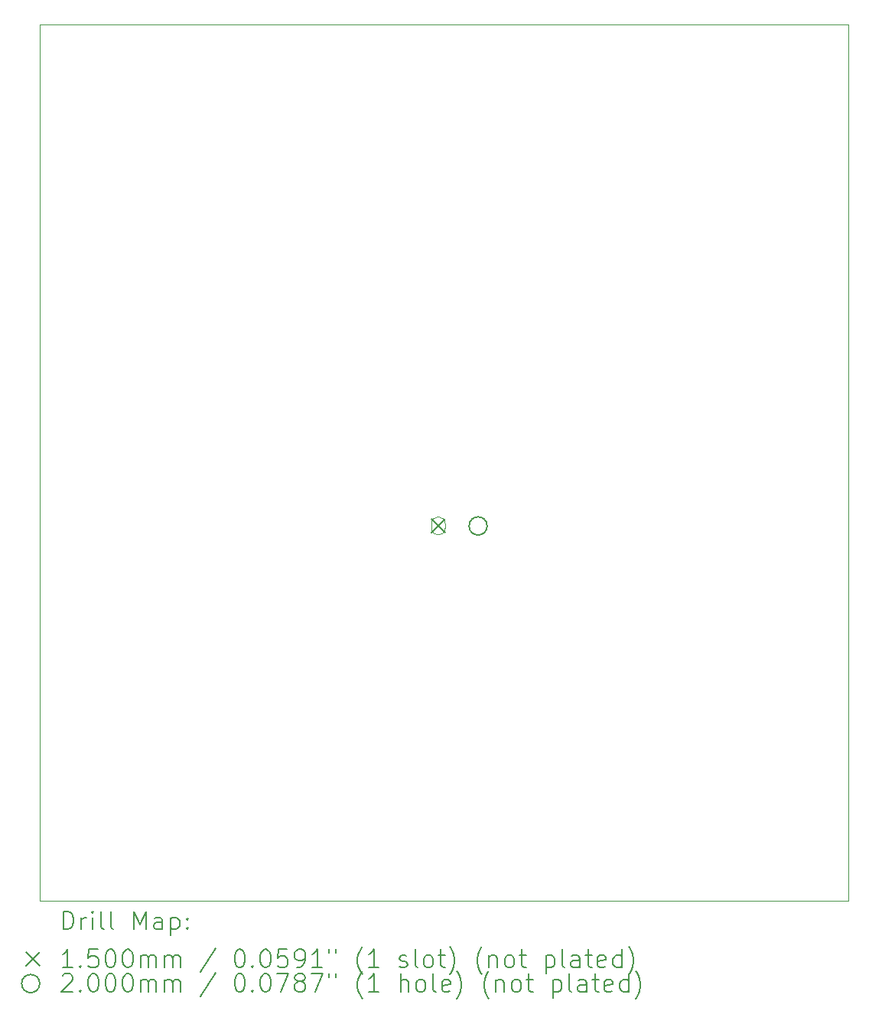
<source format=gbr>
%TF.GenerationSoftware,KiCad,Pcbnew,9.0.0*%
%TF.CreationDate,2025-04-09T10:42:48+05:30*%
%TF.ProjectId,Smart Pool Monitoring,536d6172-7420-4506-9f6f-6c204d6f6e69,rev?*%
%TF.SameCoordinates,Original*%
%TF.FileFunction,Drillmap*%
%TF.FilePolarity,Positive*%
%FSLAX45Y45*%
G04 Gerber Fmt 4.5, Leading zero omitted, Abs format (unit mm)*
G04 Created by KiCad (PCBNEW 9.0.0) date 2025-04-09 10:42:48*
%MOMM*%
%LPD*%
G01*
G04 APERTURE LIST*
%ADD10C,0.050000*%
%ADD11C,0.200000*%
%ADD12C,0.150000*%
%ADD13C,0.100000*%
G04 APERTURE END LIST*
D10*
X10650000Y-3750000D02*
X19600000Y-3750000D01*
X19600000Y-13450000D01*
X10650000Y-13450000D01*
X10650000Y-3750000D01*
D11*
D12*
X14985000Y-9225000D02*
X15135000Y-9375000D01*
X15135000Y-9225000D02*
X14985000Y-9375000D01*
D13*
X15135000Y-9325000D02*
X15135000Y-9275000D01*
X14985000Y-9275000D02*
G75*
G02*
X15135000Y-9275000I75000J0D01*
G01*
X14985000Y-9275000D02*
X14985000Y-9325000D01*
X14985000Y-9325000D02*
G75*
G03*
X15135000Y-9325000I75000J0D01*
G01*
D11*
X15600000Y-9300000D02*
G75*
G02*
X15400000Y-9300000I-100000J0D01*
G01*
X15400000Y-9300000D02*
G75*
G02*
X15600000Y-9300000I100000J0D01*
G01*
X10908277Y-13763984D02*
X10908277Y-13563984D01*
X10908277Y-13563984D02*
X10955896Y-13563984D01*
X10955896Y-13563984D02*
X10984467Y-13573508D01*
X10984467Y-13573508D02*
X11003515Y-13592555D01*
X11003515Y-13592555D02*
X11013039Y-13611603D01*
X11013039Y-13611603D02*
X11022563Y-13649698D01*
X11022563Y-13649698D02*
X11022563Y-13678269D01*
X11022563Y-13678269D02*
X11013039Y-13716365D01*
X11013039Y-13716365D02*
X11003515Y-13735412D01*
X11003515Y-13735412D02*
X10984467Y-13754460D01*
X10984467Y-13754460D02*
X10955896Y-13763984D01*
X10955896Y-13763984D02*
X10908277Y-13763984D01*
X11108277Y-13763984D02*
X11108277Y-13630650D01*
X11108277Y-13668746D02*
X11117801Y-13649698D01*
X11117801Y-13649698D02*
X11127324Y-13640174D01*
X11127324Y-13640174D02*
X11146372Y-13630650D01*
X11146372Y-13630650D02*
X11165420Y-13630650D01*
X11232086Y-13763984D02*
X11232086Y-13630650D01*
X11232086Y-13563984D02*
X11222562Y-13573508D01*
X11222562Y-13573508D02*
X11232086Y-13583031D01*
X11232086Y-13583031D02*
X11241610Y-13573508D01*
X11241610Y-13573508D02*
X11232086Y-13563984D01*
X11232086Y-13563984D02*
X11232086Y-13583031D01*
X11355896Y-13763984D02*
X11336848Y-13754460D01*
X11336848Y-13754460D02*
X11327324Y-13735412D01*
X11327324Y-13735412D02*
X11327324Y-13563984D01*
X11460658Y-13763984D02*
X11441610Y-13754460D01*
X11441610Y-13754460D02*
X11432086Y-13735412D01*
X11432086Y-13735412D02*
X11432086Y-13563984D01*
X11689229Y-13763984D02*
X11689229Y-13563984D01*
X11689229Y-13563984D02*
X11755896Y-13706841D01*
X11755896Y-13706841D02*
X11822562Y-13563984D01*
X11822562Y-13563984D02*
X11822562Y-13763984D01*
X12003515Y-13763984D02*
X12003515Y-13659222D01*
X12003515Y-13659222D02*
X11993991Y-13640174D01*
X11993991Y-13640174D02*
X11974943Y-13630650D01*
X11974943Y-13630650D02*
X11936848Y-13630650D01*
X11936848Y-13630650D02*
X11917801Y-13640174D01*
X12003515Y-13754460D02*
X11984467Y-13763984D01*
X11984467Y-13763984D02*
X11936848Y-13763984D01*
X11936848Y-13763984D02*
X11917801Y-13754460D01*
X11917801Y-13754460D02*
X11908277Y-13735412D01*
X11908277Y-13735412D02*
X11908277Y-13716365D01*
X11908277Y-13716365D02*
X11917801Y-13697317D01*
X11917801Y-13697317D02*
X11936848Y-13687793D01*
X11936848Y-13687793D02*
X11984467Y-13687793D01*
X11984467Y-13687793D02*
X12003515Y-13678269D01*
X12098753Y-13630650D02*
X12098753Y-13830650D01*
X12098753Y-13640174D02*
X12117801Y-13630650D01*
X12117801Y-13630650D02*
X12155896Y-13630650D01*
X12155896Y-13630650D02*
X12174943Y-13640174D01*
X12174943Y-13640174D02*
X12184467Y-13649698D01*
X12184467Y-13649698D02*
X12193991Y-13668746D01*
X12193991Y-13668746D02*
X12193991Y-13725888D01*
X12193991Y-13725888D02*
X12184467Y-13744936D01*
X12184467Y-13744936D02*
X12174943Y-13754460D01*
X12174943Y-13754460D02*
X12155896Y-13763984D01*
X12155896Y-13763984D02*
X12117801Y-13763984D01*
X12117801Y-13763984D02*
X12098753Y-13754460D01*
X12279705Y-13744936D02*
X12289229Y-13754460D01*
X12289229Y-13754460D02*
X12279705Y-13763984D01*
X12279705Y-13763984D02*
X12270182Y-13754460D01*
X12270182Y-13754460D02*
X12279705Y-13744936D01*
X12279705Y-13744936D02*
X12279705Y-13763984D01*
X12279705Y-13640174D02*
X12289229Y-13649698D01*
X12289229Y-13649698D02*
X12279705Y-13659222D01*
X12279705Y-13659222D02*
X12270182Y-13649698D01*
X12270182Y-13649698D02*
X12279705Y-13640174D01*
X12279705Y-13640174D02*
X12279705Y-13659222D01*
D12*
X10497500Y-14017500D02*
X10647500Y-14167500D01*
X10647500Y-14017500D02*
X10497500Y-14167500D01*
D11*
X11013039Y-14183984D02*
X10898753Y-14183984D01*
X10955896Y-14183984D02*
X10955896Y-13983984D01*
X10955896Y-13983984D02*
X10936848Y-14012555D01*
X10936848Y-14012555D02*
X10917801Y-14031603D01*
X10917801Y-14031603D02*
X10898753Y-14041127D01*
X11098753Y-14164936D02*
X11108277Y-14174460D01*
X11108277Y-14174460D02*
X11098753Y-14183984D01*
X11098753Y-14183984D02*
X11089229Y-14174460D01*
X11089229Y-14174460D02*
X11098753Y-14164936D01*
X11098753Y-14164936D02*
X11098753Y-14183984D01*
X11289229Y-13983984D02*
X11193991Y-13983984D01*
X11193991Y-13983984D02*
X11184467Y-14079222D01*
X11184467Y-14079222D02*
X11193991Y-14069698D01*
X11193991Y-14069698D02*
X11213039Y-14060174D01*
X11213039Y-14060174D02*
X11260658Y-14060174D01*
X11260658Y-14060174D02*
X11279705Y-14069698D01*
X11279705Y-14069698D02*
X11289229Y-14079222D01*
X11289229Y-14079222D02*
X11298753Y-14098269D01*
X11298753Y-14098269D02*
X11298753Y-14145888D01*
X11298753Y-14145888D02*
X11289229Y-14164936D01*
X11289229Y-14164936D02*
X11279705Y-14174460D01*
X11279705Y-14174460D02*
X11260658Y-14183984D01*
X11260658Y-14183984D02*
X11213039Y-14183984D01*
X11213039Y-14183984D02*
X11193991Y-14174460D01*
X11193991Y-14174460D02*
X11184467Y-14164936D01*
X11422562Y-13983984D02*
X11441610Y-13983984D01*
X11441610Y-13983984D02*
X11460658Y-13993508D01*
X11460658Y-13993508D02*
X11470182Y-14003031D01*
X11470182Y-14003031D02*
X11479705Y-14022079D01*
X11479705Y-14022079D02*
X11489229Y-14060174D01*
X11489229Y-14060174D02*
X11489229Y-14107793D01*
X11489229Y-14107793D02*
X11479705Y-14145888D01*
X11479705Y-14145888D02*
X11470182Y-14164936D01*
X11470182Y-14164936D02*
X11460658Y-14174460D01*
X11460658Y-14174460D02*
X11441610Y-14183984D01*
X11441610Y-14183984D02*
X11422562Y-14183984D01*
X11422562Y-14183984D02*
X11403515Y-14174460D01*
X11403515Y-14174460D02*
X11393991Y-14164936D01*
X11393991Y-14164936D02*
X11384467Y-14145888D01*
X11384467Y-14145888D02*
X11374943Y-14107793D01*
X11374943Y-14107793D02*
X11374943Y-14060174D01*
X11374943Y-14060174D02*
X11384467Y-14022079D01*
X11384467Y-14022079D02*
X11393991Y-14003031D01*
X11393991Y-14003031D02*
X11403515Y-13993508D01*
X11403515Y-13993508D02*
X11422562Y-13983984D01*
X11613039Y-13983984D02*
X11632086Y-13983984D01*
X11632086Y-13983984D02*
X11651134Y-13993508D01*
X11651134Y-13993508D02*
X11660658Y-14003031D01*
X11660658Y-14003031D02*
X11670182Y-14022079D01*
X11670182Y-14022079D02*
X11679705Y-14060174D01*
X11679705Y-14060174D02*
X11679705Y-14107793D01*
X11679705Y-14107793D02*
X11670182Y-14145888D01*
X11670182Y-14145888D02*
X11660658Y-14164936D01*
X11660658Y-14164936D02*
X11651134Y-14174460D01*
X11651134Y-14174460D02*
X11632086Y-14183984D01*
X11632086Y-14183984D02*
X11613039Y-14183984D01*
X11613039Y-14183984D02*
X11593991Y-14174460D01*
X11593991Y-14174460D02*
X11584467Y-14164936D01*
X11584467Y-14164936D02*
X11574943Y-14145888D01*
X11574943Y-14145888D02*
X11565420Y-14107793D01*
X11565420Y-14107793D02*
X11565420Y-14060174D01*
X11565420Y-14060174D02*
X11574943Y-14022079D01*
X11574943Y-14022079D02*
X11584467Y-14003031D01*
X11584467Y-14003031D02*
X11593991Y-13993508D01*
X11593991Y-13993508D02*
X11613039Y-13983984D01*
X11765420Y-14183984D02*
X11765420Y-14050650D01*
X11765420Y-14069698D02*
X11774943Y-14060174D01*
X11774943Y-14060174D02*
X11793991Y-14050650D01*
X11793991Y-14050650D02*
X11822563Y-14050650D01*
X11822563Y-14050650D02*
X11841610Y-14060174D01*
X11841610Y-14060174D02*
X11851134Y-14079222D01*
X11851134Y-14079222D02*
X11851134Y-14183984D01*
X11851134Y-14079222D02*
X11860658Y-14060174D01*
X11860658Y-14060174D02*
X11879705Y-14050650D01*
X11879705Y-14050650D02*
X11908277Y-14050650D01*
X11908277Y-14050650D02*
X11927324Y-14060174D01*
X11927324Y-14060174D02*
X11936848Y-14079222D01*
X11936848Y-14079222D02*
X11936848Y-14183984D01*
X12032086Y-14183984D02*
X12032086Y-14050650D01*
X12032086Y-14069698D02*
X12041610Y-14060174D01*
X12041610Y-14060174D02*
X12060658Y-14050650D01*
X12060658Y-14050650D02*
X12089229Y-14050650D01*
X12089229Y-14050650D02*
X12108277Y-14060174D01*
X12108277Y-14060174D02*
X12117801Y-14079222D01*
X12117801Y-14079222D02*
X12117801Y-14183984D01*
X12117801Y-14079222D02*
X12127324Y-14060174D01*
X12127324Y-14060174D02*
X12146372Y-14050650D01*
X12146372Y-14050650D02*
X12174943Y-14050650D01*
X12174943Y-14050650D02*
X12193991Y-14060174D01*
X12193991Y-14060174D02*
X12203515Y-14079222D01*
X12203515Y-14079222D02*
X12203515Y-14183984D01*
X12593991Y-13974460D02*
X12422563Y-14231603D01*
X12851134Y-13983984D02*
X12870182Y-13983984D01*
X12870182Y-13983984D02*
X12889229Y-13993508D01*
X12889229Y-13993508D02*
X12898753Y-14003031D01*
X12898753Y-14003031D02*
X12908277Y-14022079D01*
X12908277Y-14022079D02*
X12917801Y-14060174D01*
X12917801Y-14060174D02*
X12917801Y-14107793D01*
X12917801Y-14107793D02*
X12908277Y-14145888D01*
X12908277Y-14145888D02*
X12898753Y-14164936D01*
X12898753Y-14164936D02*
X12889229Y-14174460D01*
X12889229Y-14174460D02*
X12870182Y-14183984D01*
X12870182Y-14183984D02*
X12851134Y-14183984D01*
X12851134Y-14183984D02*
X12832086Y-14174460D01*
X12832086Y-14174460D02*
X12822563Y-14164936D01*
X12822563Y-14164936D02*
X12813039Y-14145888D01*
X12813039Y-14145888D02*
X12803515Y-14107793D01*
X12803515Y-14107793D02*
X12803515Y-14060174D01*
X12803515Y-14060174D02*
X12813039Y-14022079D01*
X12813039Y-14022079D02*
X12822563Y-14003031D01*
X12822563Y-14003031D02*
X12832086Y-13993508D01*
X12832086Y-13993508D02*
X12851134Y-13983984D01*
X13003515Y-14164936D02*
X13013039Y-14174460D01*
X13013039Y-14174460D02*
X13003515Y-14183984D01*
X13003515Y-14183984D02*
X12993991Y-14174460D01*
X12993991Y-14174460D02*
X13003515Y-14164936D01*
X13003515Y-14164936D02*
X13003515Y-14183984D01*
X13136848Y-13983984D02*
X13155896Y-13983984D01*
X13155896Y-13983984D02*
X13174944Y-13993508D01*
X13174944Y-13993508D02*
X13184467Y-14003031D01*
X13184467Y-14003031D02*
X13193991Y-14022079D01*
X13193991Y-14022079D02*
X13203515Y-14060174D01*
X13203515Y-14060174D02*
X13203515Y-14107793D01*
X13203515Y-14107793D02*
X13193991Y-14145888D01*
X13193991Y-14145888D02*
X13184467Y-14164936D01*
X13184467Y-14164936D02*
X13174944Y-14174460D01*
X13174944Y-14174460D02*
X13155896Y-14183984D01*
X13155896Y-14183984D02*
X13136848Y-14183984D01*
X13136848Y-14183984D02*
X13117801Y-14174460D01*
X13117801Y-14174460D02*
X13108277Y-14164936D01*
X13108277Y-14164936D02*
X13098753Y-14145888D01*
X13098753Y-14145888D02*
X13089229Y-14107793D01*
X13089229Y-14107793D02*
X13089229Y-14060174D01*
X13089229Y-14060174D02*
X13098753Y-14022079D01*
X13098753Y-14022079D02*
X13108277Y-14003031D01*
X13108277Y-14003031D02*
X13117801Y-13993508D01*
X13117801Y-13993508D02*
X13136848Y-13983984D01*
X13384467Y-13983984D02*
X13289229Y-13983984D01*
X13289229Y-13983984D02*
X13279706Y-14079222D01*
X13279706Y-14079222D02*
X13289229Y-14069698D01*
X13289229Y-14069698D02*
X13308277Y-14060174D01*
X13308277Y-14060174D02*
X13355896Y-14060174D01*
X13355896Y-14060174D02*
X13374944Y-14069698D01*
X13374944Y-14069698D02*
X13384467Y-14079222D01*
X13384467Y-14079222D02*
X13393991Y-14098269D01*
X13393991Y-14098269D02*
X13393991Y-14145888D01*
X13393991Y-14145888D02*
X13384467Y-14164936D01*
X13384467Y-14164936D02*
X13374944Y-14174460D01*
X13374944Y-14174460D02*
X13355896Y-14183984D01*
X13355896Y-14183984D02*
X13308277Y-14183984D01*
X13308277Y-14183984D02*
X13289229Y-14174460D01*
X13289229Y-14174460D02*
X13279706Y-14164936D01*
X13489229Y-14183984D02*
X13527325Y-14183984D01*
X13527325Y-14183984D02*
X13546372Y-14174460D01*
X13546372Y-14174460D02*
X13555896Y-14164936D01*
X13555896Y-14164936D02*
X13574944Y-14136365D01*
X13574944Y-14136365D02*
X13584467Y-14098269D01*
X13584467Y-14098269D02*
X13584467Y-14022079D01*
X13584467Y-14022079D02*
X13574944Y-14003031D01*
X13574944Y-14003031D02*
X13565420Y-13993508D01*
X13565420Y-13993508D02*
X13546372Y-13983984D01*
X13546372Y-13983984D02*
X13508277Y-13983984D01*
X13508277Y-13983984D02*
X13489229Y-13993508D01*
X13489229Y-13993508D02*
X13479706Y-14003031D01*
X13479706Y-14003031D02*
X13470182Y-14022079D01*
X13470182Y-14022079D02*
X13470182Y-14069698D01*
X13470182Y-14069698D02*
X13479706Y-14088746D01*
X13479706Y-14088746D02*
X13489229Y-14098269D01*
X13489229Y-14098269D02*
X13508277Y-14107793D01*
X13508277Y-14107793D02*
X13546372Y-14107793D01*
X13546372Y-14107793D02*
X13565420Y-14098269D01*
X13565420Y-14098269D02*
X13574944Y-14088746D01*
X13574944Y-14088746D02*
X13584467Y-14069698D01*
X13774944Y-14183984D02*
X13660658Y-14183984D01*
X13717801Y-14183984D02*
X13717801Y-13983984D01*
X13717801Y-13983984D02*
X13698753Y-14012555D01*
X13698753Y-14012555D02*
X13679706Y-14031603D01*
X13679706Y-14031603D02*
X13660658Y-14041127D01*
X13851134Y-13983984D02*
X13851134Y-14022079D01*
X13927325Y-13983984D02*
X13927325Y-14022079D01*
X14222563Y-14260174D02*
X14213039Y-14250650D01*
X14213039Y-14250650D02*
X14193991Y-14222079D01*
X14193991Y-14222079D02*
X14184468Y-14203031D01*
X14184468Y-14203031D02*
X14174944Y-14174460D01*
X14174944Y-14174460D02*
X14165420Y-14126841D01*
X14165420Y-14126841D02*
X14165420Y-14088746D01*
X14165420Y-14088746D02*
X14174944Y-14041127D01*
X14174944Y-14041127D02*
X14184468Y-14012555D01*
X14184468Y-14012555D02*
X14193991Y-13993508D01*
X14193991Y-13993508D02*
X14213039Y-13964936D01*
X14213039Y-13964936D02*
X14222563Y-13955412D01*
X14403515Y-14183984D02*
X14289229Y-14183984D01*
X14346372Y-14183984D02*
X14346372Y-13983984D01*
X14346372Y-13983984D02*
X14327325Y-14012555D01*
X14327325Y-14012555D02*
X14308277Y-14031603D01*
X14308277Y-14031603D02*
X14289229Y-14041127D01*
X14632087Y-14174460D02*
X14651134Y-14183984D01*
X14651134Y-14183984D02*
X14689229Y-14183984D01*
X14689229Y-14183984D02*
X14708277Y-14174460D01*
X14708277Y-14174460D02*
X14717801Y-14155412D01*
X14717801Y-14155412D02*
X14717801Y-14145888D01*
X14717801Y-14145888D02*
X14708277Y-14126841D01*
X14708277Y-14126841D02*
X14689229Y-14117317D01*
X14689229Y-14117317D02*
X14660658Y-14117317D01*
X14660658Y-14117317D02*
X14641610Y-14107793D01*
X14641610Y-14107793D02*
X14632087Y-14088746D01*
X14632087Y-14088746D02*
X14632087Y-14079222D01*
X14632087Y-14079222D02*
X14641610Y-14060174D01*
X14641610Y-14060174D02*
X14660658Y-14050650D01*
X14660658Y-14050650D02*
X14689229Y-14050650D01*
X14689229Y-14050650D02*
X14708277Y-14060174D01*
X14832087Y-14183984D02*
X14813039Y-14174460D01*
X14813039Y-14174460D02*
X14803515Y-14155412D01*
X14803515Y-14155412D02*
X14803515Y-13983984D01*
X14936849Y-14183984D02*
X14917801Y-14174460D01*
X14917801Y-14174460D02*
X14908277Y-14164936D01*
X14908277Y-14164936D02*
X14898753Y-14145888D01*
X14898753Y-14145888D02*
X14898753Y-14088746D01*
X14898753Y-14088746D02*
X14908277Y-14069698D01*
X14908277Y-14069698D02*
X14917801Y-14060174D01*
X14917801Y-14060174D02*
X14936849Y-14050650D01*
X14936849Y-14050650D02*
X14965420Y-14050650D01*
X14965420Y-14050650D02*
X14984468Y-14060174D01*
X14984468Y-14060174D02*
X14993991Y-14069698D01*
X14993991Y-14069698D02*
X15003515Y-14088746D01*
X15003515Y-14088746D02*
X15003515Y-14145888D01*
X15003515Y-14145888D02*
X14993991Y-14164936D01*
X14993991Y-14164936D02*
X14984468Y-14174460D01*
X14984468Y-14174460D02*
X14965420Y-14183984D01*
X14965420Y-14183984D02*
X14936849Y-14183984D01*
X15060658Y-14050650D02*
X15136849Y-14050650D01*
X15089230Y-13983984D02*
X15089230Y-14155412D01*
X15089230Y-14155412D02*
X15098753Y-14174460D01*
X15098753Y-14174460D02*
X15117801Y-14183984D01*
X15117801Y-14183984D02*
X15136849Y-14183984D01*
X15184468Y-14260174D02*
X15193991Y-14250650D01*
X15193991Y-14250650D02*
X15213039Y-14222079D01*
X15213039Y-14222079D02*
X15222563Y-14203031D01*
X15222563Y-14203031D02*
X15232087Y-14174460D01*
X15232087Y-14174460D02*
X15241610Y-14126841D01*
X15241610Y-14126841D02*
X15241610Y-14088746D01*
X15241610Y-14088746D02*
X15232087Y-14041127D01*
X15232087Y-14041127D02*
X15222563Y-14012555D01*
X15222563Y-14012555D02*
X15213039Y-13993508D01*
X15213039Y-13993508D02*
X15193991Y-13964936D01*
X15193991Y-13964936D02*
X15184468Y-13955412D01*
X15546372Y-14260174D02*
X15536849Y-14250650D01*
X15536849Y-14250650D02*
X15517801Y-14222079D01*
X15517801Y-14222079D02*
X15508277Y-14203031D01*
X15508277Y-14203031D02*
X15498753Y-14174460D01*
X15498753Y-14174460D02*
X15489230Y-14126841D01*
X15489230Y-14126841D02*
X15489230Y-14088746D01*
X15489230Y-14088746D02*
X15498753Y-14041127D01*
X15498753Y-14041127D02*
X15508277Y-14012555D01*
X15508277Y-14012555D02*
X15517801Y-13993508D01*
X15517801Y-13993508D02*
X15536849Y-13964936D01*
X15536849Y-13964936D02*
X15546372Y-13955412D01*
X15622563Y-14050650D02*
X15622563Y-14183984D01*
X15622563Y-14069698D02*
X15632087Y-14060174D01*
X15632087Y-14060174D02*
X15651134Y-14050650D01*
X15651134Y-14050650D02*
X15679706Y-14050650D01*
X15679706Y-14050650D02*
X15698753Y-14060174D01*
X15698753Y-14060174D02*
X15708277Y-14079222D01*
X15708277Y-14079222D02*
X15708277Y-14183984D01*
X15832087Y-14183984D02*
X15813039Y-14174460D01*
X15813039Y-14174460D02*
X15803515Y-14164936D01*
X15803515Y-14164936D02*
X15793991Y-14145888D01*
X15793991Y-14145888D02*
X15793991Y-14088746D01*
X15793991Y-14088746D02*
X15803515Y-14069698D01*
X15803515Y-14069698D02*
X15813039Y-14060174D01*
X15813039Y-14060174D02*
X15832087Y-14050650D01*
X15832087Y-14050650D02*
X15860658Y-14050650D01*
X15860658Y-14050650D02*
X15879706Y-14060174D01*
X15879706Y-14060174D02*
X15889230Y-14069698D01*
X15889230Y-14069698D02*
X15898753Y-14088746D01*
X15898753Y-14088746D02*
X15898753Y-14145888D01*
X15898753Y-14145888D02*
X15889230Y-14164936D01*
X15889230Y-14164936D02*
X15879706Y-14174460D01*
X15879706Y-14174460D02*
X15860658Y-14183984D01*
X15860658Y-14183984D02*
X15832087Y-14183984D01*
X15955896Y-14050650D02*
X16032087Y-14050650D01*
X15984468Y-13983984D02*
X15984468Y-14155412D01*
X15984468Y-14155412D02*
X15993991Y-14174460D01*
X15993991Y-14174460D02*
X16013039Y-14183984D01*
X16013039Y-14183984D02*
X16032087Y-14183984D01*
X16251134Y-14050650D02*
X16251134Y-14250650D01*
X16251134Y-14060174D02*
X16270182Y-14050650D01*
X16270182Y-14050650D02*
X16308277Y-14050650D01*
X16308277Y-14050650D02*
X16327325Y-14060174D01*
X16327325Y-14060174D02*
X16336849Y-14069698D01*
X16336849Y-14069698D02*
X16346372Y-14088746D01*
X16346372Y-14088746D02*
X16346372Y-14145888D01*
X16346372Y-14145888D02*
X16336849Y-14164936D01*
X16336849Y-14164936D02*
X16327325Y-14174460D01*
X16327325Y-14174460D02*
X16308277Y-14183984D01*
X16308277Y-14183984D02*
X16270182Y-14183984D01*
X16270182Y-14183984D02*
X16251134Y-14174460D01*
X16460658Y-14183984D02*
X16441611Y-14174460D01*
X16441611Y-14174460D02*
X16432087Y-14155412D01*
X16432087Y-14155412D02*
X16432087Y-13983984D01*
X16622563Y-14183984D02*
X16622563Y-14079222D01*
X16622563Y-14079222D02*
X16613039Y-14060174D01*
X16613039Y-14060174D02*
X16593992Y-14050650D01*
X16593992Y-14050650D02*
X16555896Y-14050650D01*
X16555896Y-14050650D02*
X16536849Y-14060174D01*
X16622563Y-14174460D02*
X16603515Y-14183984D01*
X16603515Y-14183984D02*
X16555896Y-14183984D01*
X16555896Y-14183984D02*
X16536849Y-14174460D01*
X16536849Y-14174460D02*
X16527325Y-14155412D01*
X16527325Y-14155412D02*
X16527325Y-14136365D01*
X16527325Y-14136365D02*
X16536849Y-14117317D01*
X16536849Y-14117317D02*
X16555896Y-14107793D01*
X16555896Y-14107793D02*
X16603515Y-14107793D01*
X16603515Y-14107793D02*
X16622563Y-14098269D01*
X16689230Y-14050650D02*
X16765420Y-14050650D01*
X16717801Y-13983984D02*
X16717801Y-14155412D01*
X16717801Y-14155412D02*
X16727325Y-14174460D01*
X16727325Y-14174460D02*
X16746372Y-14183984D01*
X16746372Y-14183984D02*
X16765420Y-14183984D01*
X16908277Y-14174460D02*
X16889230Y-14183984D01*
X16889230Y-14183984D02*
X16851134Y-14183984D01*
X16851134Y-14183984D02*
X16832087Y-14174460D01*
X16832087Y-14174460D02*
X16822563Y-14155412D01*
X16822563Y-14155412D02*
X16822563Y-14079222D01*
X16822563Y-14079222D02*
X16832087Y-14060174D01*
X16832087Y-14060174D02*
X16851134Y-14050650D01*
X16851134Y-14050650D02*
X16889230Y-14050650D01*
X16889230Y-14050650D02*
X16908277Y-14060174D01*
X16908277Y-14060174D02*
X16917801Y-14079222D01*
X16917801Y-14079222D02*
X16917801Y-14098269D01*
X16917801Y-14098269D02*
X16822563Y-14117317D01*
X17089230Y-14183984D02*
X17089230Y-13983984D01*
X17089230Y-14174460D02*
X17070182Y-14183984D01*
X17070182Y-14183984D02*
X17032087Y-14183984D01*
X17032087Y-14183984D02*
X17013039Y-14174460D01*
X17013039Y-14174460D02*
X17003515Y-14164936D01*
X17003515Y-14164936D02*
X16993992Y-14145888D01*
X16993992Y-14145888D02*
X16993992Y-14088746D01*
X16993992Y-14088746D02*
X17003515Y-14069698D01*
X17003515Y-14069698D02*
X17013039Y-14060174D01*
X17013039Y-14060174D02*
X17032087Y-14050650D01*
X17032087Y-14050650D02*
X17070182Y-14050650D01*
X17070182Y-14050650D02*
X17089230Y-14060174D01*
X17165420Y-14260174D02*
X17174944Y-14250650D01*
X17174944Y-14250650D02*
X17193992Y-14222079D01*
X17193992Y-14222079D02*
X17203515Y-14203031D01*
X17203515Y-14203031D02*
X17213039Y-14174460D01*
X17213039Y-14174460D02*
X17222563Y-14126841D01*
X17222563Y-14126841D02*
X17222563Y-14088746D01*
X17222563Y-14088746D02*
X17213039Y-14041127D01*
X17213039Y-14041127D02*
X17203515Y-14012555D01*
X17203515Y-14012555D02*
X17193992Y-13993508D01*
X17193992Y-13993508D02*
X17174944Y-13964936D01*
X17174944Y-13964936D02*
X17165420Y-13955412D01*
X10647500Y-14362500D02*
G75*
G02*
X10447500Y-14362500I-100000J0D01*
G01*
X10447500Y-14362500D02*
G75*
G02*
X10647500Y-14362500I100000J0D01*
G01*
X10898753Y-14273031D02*
X10908277Y-14263508D01*
X10908277Y-14263508D02*
X10927324Y-14253984D01*
X10927324Y-14253984D02*
X10974944Y-14253984D01*
X10974944Y-14253984D02*
X10993991Y-14263508D01*
X10993991Y-14263508D02*
X11003515Y-14273031D01*
X11003515Y-14273031D02*
X11013039Y-14292079D01*
X11013039Y-14292079D02*
X11013039Y-14311127D01*
X11013039Y-14311127D02*
X11003515Y-14339698D01*
X11003515Y-14339698D02*
X10889229Y-14453984D01*
X10889229Y-14453984D02*
X11013039Y-14453984D01*
X11098753Y-14434936D02*
X11108277Y-14444460D01*
X11108277Y-14444460D02*
X11098753Y-14453984D01*
X11098753Y-14453984D02*
X11089229Y-14444460D01*
X11089229Y-14444460D02*
X11098753Y-14434936D01*
X11098753Y-14434936D02*
X11098753Y-14453984D01*
X11232086Y-14253984D02*
X11251134Y-14253984D01*
X11251134Y-14253984D02*
X11270182Y-14263508D01*
X11270182Y-14263508D02*
X11279705Y-14273031D01*
X11279705Y-14273031D02*
X11289229Y-14292079D01*
X11289229Y-14292079D02*
X11298753Y-14330174D01*
X11298753Y-14330174D02*
X11298753Y-14377793D01*
X11298753Y-14377793D02*
X11289229Y-14415888D01*
X11289229Y-14415888D02*
X11279705Y-14434936D01*
X11279705Y-14434936D02*
X11270182Y-14444460D01*
X11270182Y-14444460D02*
X11251134Y-14453984D01*
X11251134Y-14453984D02*
X11232086Y-14453984D01*
X11232086Y-14453984D02*
X11213039Y-14444460D01*
X11213039Y-14444460D02*
X11203515Y-14434936D01*
X11203515Y-14434936D02*
X11193991Y-14415888D01*
X11193991Y-14415888D02*
X11184467Y-14377793D01*
X11184467Y-14377793D02*
X11184467Y-14330174D01*
X11184467Y-14330174D02*
X11193991Y-14292079D01*
X11193991Y-14292079D02*
X11203515Y-14273031D01*
X11203515Y-14273031D02*
X11213039Y-14263508D01*
X11213039Y-14263508D02*
X11232086Y-14253984D01*
X11422562Y-14253984D02*
X11441610Y-14253984D01*
X11441610Y-14253984D02*
X11460658Y-14263508D01*
X11460658Y-14263508D02*
X11470182Y-14273031D01*
X11470182Y-14273031D02*
X11479705Y-14292079D01*
X11479705Y-14292079D02*
X11489229Y-14330174D01*
X11489229Y-14330174D02*
X11489229Y-14377793D01*
X11489229Y-14377793D02*
X11479705Y-14415888D01*
X11479705Y-14415888D02*
X11470182Y-14434936D01*
X11470182Y-14434936D02*
X11460658Y-14444460D01*
X11460658Y-14444460D02*
X11441610Y-14453984D01*
X11441610Y-14453984D02*
X11422562Y-14453984D01*
X11422562Y-14453984D02*
X11403515Y-14444460D01*
X11403515Y-14444460D02*
X11393991Y-14434936D01*
X11393991Y-14434936D02*
X11384467Y-14415888D01*
X11384467Y-14415888D02*
X11374943Y-14377793D01*
X11374943Y-14377793D02*
X11374943Y-14330174D01*
X11374943Y-14330174D02*
X11384467Y-14292079D01*
X11384467Y-14292079D02*
X11393991Y-14273031D01*
X11393991Y-14273031D02*
X11403515Y-14263508D01*
X11403515Y-14263508D02*
X11422562Y-14253984D01*
X11613039Y-14253984D02*
X11632086Y-14253984D01*
X11632086Y-14253984D02*
X11651134Y-14263508D01*
X11651134Y-14263508D02*
X11660658Y-14273031D01*
X11660658Y-14273031D02*
X11670182Y-14292079D01*
X11670182Y-14292079D02*
X11679705Y-14330174D01*
X11679705Y-14330174D02*
X11679705Y-14377793D01*
X11679705Y-14377793D02*
X11670182Y-14415888D01*
X11670182Y-14415888D02*
X11660658Y-14434936D01*
X11660658Y-14434936D02*
X11651134Y-14444460D01*
X11651134Y-14444460D02*
X11632086Y-14453984D01*
X11632086Y-14453984D02*
X11613039Y-14453984D01*
X11613039Y-14453984D02*
X11593991Y-14444460D01*
X11593991Y-14444460D02*
X11584467Y-14434936D01*
X11584467Y-14434936D02*
X11574943Y-14415888D01*
X11574943Y-14415888D02*
X11565420Y-14377793D01*
X11565420Y-14377793D02*
X11565420Y-14330174D01*
X11565420Y-14330174D02*
X11574943Y-14292079D01*
X11574943Y-14292079D02*
X11584467Y-14273031D01*
X11584467Y-14273031D02*
X11593991Y-14263508D01*
X11593991Y-14263508D02*
X11613039Y-14253984D01*
X11765420Y-14453984D02*
X11765420Y-14320650D01*
X11765420Y-14339698D02*
X11774943Y-14330174D01*
X11774943Y-14330174D02*
X11793991Y-14320650D01*
X11793991Y-14320650D02*
X11822563Y-14320650D01*
X11822563Y-14320650D02*
X11841610Y-14330174D01*
X11841610Y-14330174D02*
X11851134Y-14349222D01*
X11851134Y-14349222D02*
X11851134Y-14453984D01*
X11851134Y-14349222D02*
X11860658Y-14330174D01*
X11860658Y-14330174D02*
X11879705Y-14320650D01*
X11879705Y-14320650D02*
X11908277Y-14320650D01*
X11908277Y-14320650D02*
X11927324Y-14330174D01*
X11927324Y-14330174D02*
X11936848Y-14349222D01*
X11936848Y-14349222D02*
X11936848Y-14453984D01*
X12032086Y-14453984D02*
X12032086Y-14320650D01*
X12032086Y-14339698D02*
X12041610Y-14330174D01*
X12041610Y-14330174D02*
X12060658Y-14320650D01*
X12060658Y-14320650D02*
X12089229Y-14320650D01*
X12089229Y-14320650D02*
X12108277Y-14330174D01*
X12108277Y-14330174D02*
X12117801Y-14349222D01*
X12117801Y-14349222D02*
X12117801Y-14453984D01*
X12117801Y-14349222D02*
X12127324Y-14330174D01*
X12127324Y-14330174D02*
X12146372Y-14320650D01*
X12146372Y-14320650D02*
X12174943Y-14320650D01*
X12174943Y-14320650D02*
X12193991Y-14330174D01*
X12193991Y-14330174D02*
X12203515Y-14349222D01*
X12203515Y-14349222D02*
X12203515Y-14453984D01*
X12593991Y-14244460D02*
X12422563Y-14501603D01*
X12851134Y-14253984D02*
X12870182Y-14253984D01*
X12870182Y-14253984D02*
X12889229Y-14263508D01*
X12889229Y-14263508D02*
X12898753Y-14273031D01*
X12898753Y-14273031D02*
X12908277Y-14292079D01*
X12908277Y-14292079D02*
X12917801Y-14330174D01*
X12917801Y-14330174D02*
X12917801Y-14377793D01*
X12917801Y-14377793D02*
X12908277Y-14415888D01*
X12908277Y-14415888D02*
X12898753Y-14434936D01*
X12898753Y-14434936D02*
X12889229Y-14444460D01*
X12889229Y-14444460D02*
X12870182Y-14453984D01*
X12870182Y-14453984D02*
X12851134Y-14453984D01*
X12851134Y-14453984D02*
X12832086Y-14444460D01*
X12832086Y-14444460D02*
X12822563Y-14434936D01*
X12822563Y-14434936D02*
X12813039Y-14415888D01*
X12813039Y-14415888D02*
X12803515Y-14377793D01*
X12803515Y-14377793D02*
X12803515Y-14330174D01*
X12803515Y-14330174D02*
X12813039Y-14292079D01*
X12813039Y-14292079D02*
X12822563Y-14273031D01*
X12822563Y-14273031D02*
X12832086Y-14263508D01*
X12832086Y-14263508D02*
X12851134Y-14253984D01*
X13003515Y-14434936D02*
X13013039Y-14444460D01*
X13013039Y-14444460D02*
X13003515Y-14453984D01*
X13003515Y-14453984D02*
X12993991Y-14444460D01*
X12993991Y-14444460D02*
X13003515Y-14434936D01*
X13003515Y-14434936D02*
X13003515Y-14453984D01*
X13136848Y-14253984D02*
X13155896Y-14253984D01*
X13155896Y-14253984D02*
X13174944Y-14263508D01*
X13174944Y-14263508D02*
X13184467Y-14273031D01*
X13184467Y-14273031D02*
X13193991Y-14292079D01*
X13193991Y-14292079D02*
X13203515Y-14330174D01*
X13203515Y-14330174D02*
X13203515Y-14377793D01*
X13203515Y-14377793D02*
X13193991Y-14415888D01*
X13193991Y-14415888D02*
X13184467Y-14434936D01*
X13184467Y-14434936D02*
X13174944Y-14444460D01*
X13174944Y-14444460D02*
X13155896Y-14453984D01*
X13155896Y-14453984D02*
X13136848Y-14453984D01*
X13136848Y-14453984D02*
X13117801Y-14444460D01*
X13117801Y-14444460D02*
X13108277Y-14434936D01*
X13108277Y-14434936D02*
X13098753Y-14415888D01*
X13098753Y-14415888D02*
X13089229Y-14377793D01*
X13089229Y-14377793D02*
X13089229Y-14330174D01*
X13089229Y-14330174D02*
X13098753Y-14292079D01*
X13098753Y-14292079D02*
X13108277Y-14273031D01*
X13108277Y-14273031D02*
X13117801Y-14263508D01*
X13117801Y-14263508D02*
X13136848Y-14253984D01*
X13270182Y-14253984D02*
X13403515Y-14253984D01*
X13403515Y-14253984D02*
X13317801Y-14453984D01*
X13508277Y-14339698D02*
X13489229Y-14330174D01*
X13489229Y-14330174D02*
X13479706Y-14320650D01*
X13479706Y-14320650D02*
X13470182Y-14301603D01*
X13470182Y-14301603D02*
X13470182Y-14292079D01*
X13470182Y-14292079D02*
X13479706Y-14273031D01*
X13479706Y-14273031D02*
X13489229Y-14263508D01*
X13489229Y-14263508D02*
X13508277Y-14253984D01*
X13508277Y-14253984D02*
X13546372Y-14253984D01*
X13546372Y-14253984D02*
X13565420Y-14263508D01*
X13565420Y-14263508D02*
X13574944Y-14273031D01*
X13574944Y-14273031D02*
X13584467Y-14292079D01*
X13584467Y-14292079D02*
X13584467Y-14301603D01*
X13584467Y-14301603D02*
X13574944Y-14320650D01*
X13574944Y-14320650D02*
X13565420Y-14330174D01*
X13565420Y-14330174D02*
X13546372Y-14339698D01*
X13546372Y-14339698D02*
X13508277Y-14339698D01*
X13508277Y-14339698D02*
X13489229Y-14349222D01*
X13489229Y-14349222D02*
X13479706Y-14358746D01*
X13479706Y-14358746D02*
X13470182Y-14377793D01*
X13470182Y-14377793D02*
X13470182Y-14415888D01*
X13470182Y-14415888D02*
X13479706Y-14434936D01*
X13479706Y-14434936D02*
X13489229Y-14444460D01*
X13489229Y-14444460D02*
X13508277Y-14453984D01*
X13508277Y-14453984D02*
X13546372Y-14453984D01*
X13546372Y-14453984D02*
X13565420Y-14444460D01*
X13565420Y-14444460D02*
X13574944Y-14434936D01*
X13574944Y-14434936D02*
X13584467Y-14415888D01*
X13584467Y-14415888D02*
X13584467Y-14377793D01*
X13584467Y-14377793D02*
X13574944Y-14358746D01*
X13574944Y-14358746D02*
X13565420Y-14349222D01*
X13565420Y-14349222D02*
X13546372Y-14339698D01*
X13651134Y-14253984D02*
X13784467Y-14253984D01*
X13784467Y-14253984D02*
X13698753Y-14453984D01*
X13851134Y-14253984D02*
X13851134Y-14292079D01*
X13927325Y-14253984D02*
X13927325Y-14292079D01*
X14222563Y-14530174D02*
X14213039Y-14520650D01*
X14213039Y-14520650D02*
X14193991Y-14492079D01*
X14193991Y-14492079D02*
X14184468Y-14473031D01*
X14184468Y-14473031D02*
X14174944Y-14444460D01*
X14174944Y-14444460D02*
X14165420Y-14396841D01*
X14165420Y-14396841D02*
X14165420Y-14358746D01*
X14165420Y-14358746D02*
X14174944Y-14311127D01*
X14174944Y-14311127D02*
X14184468Y-14282555D01*
X14184468Y-14282555D02*
X14193991Y-14263508D01*
X14193991Y-14263508D02*
X14213039Y-14234936D01*
X14213039Y-14234936D02*
X14222563Y-14225412D01*
X14403515Y-14453984D02*
X14289229Y-14453984D01*
X14346372Y-14453984D02*
X14346372Y-14253984D01*
X14346372Y-14253984D02*
X14327325Y-14282555D01*
X14327325Y-14282555D02*
X14308277Y-14301603D01*
X14308277Y-14301603D02*
X14289229Y-14311127D01*
X14641610Y-14453984D02*
X14641610Y-14253984D01*
X14727325Y-14453984D02*
X14727325Y-14349222D01*
X14727325Y-14349222D02*
X14717801Y-14330174D01*
X14717801Y-14330174D02*
X14698753Y-14320650D01*
X14698753Y-14320650D02*
X14670182Y-14320650D01*
X14670182Y-14320650D02*
X14651134Y-14330174D01*
X14651134Y-14330174D02*
X14641610Y-14339698D01*
X14851134Y-14453984D02*
X14832087Y-14444460D01*
X14832087Y-14444460D02*
X14822563Y-14434936D01*
X14822563Y-14434936D02*
X14813039Y-14415888D01*
X14813039Y-14415888D02*
X14813039Y-14358746D01*
X14813039Y-14358746D02*
X14822563Y-14339698D01*
X14822563Y-14339698D02*
X14832087Y-14330174D01*
X14832087Y-14330174D02*
X14851134Y-14320650D01*
X14851134Y-14320650D02*
X14879706Y-14320650D01*
X14879706Y-14320650D02*
X14898753Y-14330174D01*
X14898753Y-14330174D02*
X14908277Y-14339698D01*
X14908277Y-14339698D02*
X14917801Y-14358746D01*
X14917801Y-14358746D02*
X14917801Y-14415888D01*
X14917801Y-14415888D02*
X14908277Y-14434936D01*
X14908277Y-14434936D02*
X14898753Y-14444460D01*
X14898753Y-14444460D02*
X14879706Y-14453984D01*
X14879706Y-14453984D02*
X14851134Y-14453984D01*
X15032087Y-14453984D02*
X15013039Y-14444460D01*
X15013039Y-14444460D02*
X15003515Y-14425412D01*
X15003515Y-14425412D02*
X15003515Y-14253984D01*
X15184468Y-14444460D02*
X15165420Y-14453984D01*
X15165420Y-14453984D02*
X15127325Y-14453984D01*
X15127325Y-14453984D02*
X15108277Y-14444460D01*
X15108277Y-14444460D02*
X15098753Y-14425412D01*
X15098753Y-14425412D02*
X15098753Y-14349222D01*
X15098753Y-14349222D02*
X15108277Y-14330174D01*
X15108277Y-14330174D02*
X15127325Y-14320650D01*
X15127325Y-14320650D02*
X15165420Y-14320650D01*
X15165420Y-14320650D02*
X15184468Y-14330174D01*
X15184468Y-14330174D02*
X15193991Y-14349222D01*
X15193991Y-14349222D02*
X15193991Y-14368269D01*
X15193991Y-14368269D02*
X15098753Y-14387317D01*
X15260658Y-14530174D02*
X15270182Y-14520650D01*
X15270182Y-14520650D02*
X15289230Y-14492079D01*
X15289230Y-14492079D02*
X15298753Y-14473031D01*
X15298753Y-14473031D02*
X15308277Y-14444460D01*
X15308277Y-14444460D02*
X15317801Y-14396841D01*
X15317801Y-14396841D02*
X15317801Y-14358746D01*
X15317801Y-14358746D02*
X15308277Y-14311127D01*
X15308277Y-14311127D02*
X15298753Y-14282555D01*
X15298753Y-14282555D02*
X15289230Y-14263508D01*
X15289230Y-14263508D02*
X15270182Y-14234936D01*
X15270182Y-14234936D02*
X15260658Y-14225412D01*
X15622563Y-14530174D02*
X15613039Y-14520650D01*
X15613039Y-14520650D02*
X15593991Y-14492079D01*
X15593991Y-14492079D02*
X15584468Y-14473031D01*
X15584468Y-14473031D02*
X15574944Y-14444460D01*
X15574944Y-14444460D02*
X15565420Y-14396841D01*
X15565420Y-14396841D02*
X15565420Y-14358746D01*
X15565420Y-14358746D02*
X15574944Y-14311127D01*
X15574944Y-14311127D02*
X15584468Y-14282555D01*
X15584468Y-14282555D02*
X15593991Y-14263508D01*
X15593991Y-14263508D02*
X15613039Y-14234936D01*
X15613039Y-14234936D02*
X15622563Y-14225412D01*
X15698753Y-14320650D02*
X15698753Y-14453984D01*
X15698753Y-14339698D02*
X15708277Y-14330174D01*
X15708277Y-14330174D02*
X15727325Y-14320650D01*
X15727325Y-14320650D02*
X15755896Y-14320650D01*
X15755896Y-14320650D02*
X15774944Y-14330174D01*
X15774944Y-14330174D02*
X15784468Y-14349222D01*
X15784468Y-14349222D02*
X15784468Y-14453984D01*
X15908277Y-14453984D02*
X15889230Y-14444460D01*
X15889230Y-14444460D02*
X15879706Y-14434936D01*
X15879706Y-14434936D02*
X15870182Y-14415888D01*
X15870182Y-14415888D02*
X15870182Y-14358746D01*
X15870182Y-14358746D02*
X15879706Y-14339698D01*
X15879706Y-14339698D02*
X15889230Y-14330174D01*
X15889230Y-14330174D02*
X15908277Y-14320650D01*
X15908277Y-14320650D02*
X15936849Y-14320650D01*
X15936849Y-14320650D02*
X15955896Y-14330174D01*
X15955896Y-14330174D02*
X15965420Y-14339698D01*
X15965420Y-14339698D02*
X15974944Y-14358746D01*
X15974944Y-14358746D02*
X15974944Y-14415888D01*
X15974944Y-14415888D02*
X15965420Y-14434936D01*
X15965420Y-14434936D02*
X15955896Y-14444460D01*
X15955896Y-14444460D02*
X15936849Y-14453984D01*
X15936849Y-14453984D02*
X15908277Y-14453984D01*
X16032087Y-14320650D02*
X16108277Y-14320650D01*
X16060658Y-14253984D02*
X16060658Y-14425412D01*
X16060658Y-14425412D02*
X16070182Y-14444460D01*
X16070182Y-14444460D02*
X16089230Y-14453984D01*
X16089230Y-14453984D02*
X16108277Y-14453984D01*
X16327325Y-14320650D02*
X16327325Y-14520650D01*
X16327325Y-14330174D02*
X16346372Y-14320650D01*
X16346372Y-14320650D02*
X16384468Y-14320650D01*
X16384468Y-14320650D02*
X16403515Y-14330174D01*
X16403515Y-14330174D02*
X16413039Y-14339698D01*
X16413039Y-14339698D02*
X16422563Y-14358746D01*
X16422563Y-14358746D02*
X16422563Y-14415888D01*
X16422563Y-14415888D02*
X16413039Y-14434936D01*
X16413039Y-14434936D02*
X16403515Y-14444460D01*
X16403515Y-14444460D02*
X16384468Y-14453984D01*
X16384468Y-14453984D02*
X16346372Y-14453984D01*
X16346372Y-14453984D02*
X16327325Y-14444460D01*
X16536849Y-14453984D02*
X16517801Y-14444460D01*
X16517801Y-14444460D02*
X16508277Y-14425412D01*
X16508277Y-14425412D02*
X16508277Y-14253984D01*
X16698753Y-14453984D02*
X16698753Y-14349222D01*
X16698753Y-14349222D02*
X16689230Y-14330174D01*
X16689230Y-14330174D02*
X16670182Y-14320650D01*
X16670182Y-14320650D02*
X16632087Y-14320650D01*
X16632087Y-14320650D02*
X16613039Y-14330174D01*
X16698753Y-14444460D02*
X16679706Y-14453984D01*
X16679706Y-14453984D02*
X16632087Y-14453984D01*
X16632087Y-14453984D02*
X16613039Y-14444460D01*
X16613039Y-14444460D02*
X16603515Y-14425412D01*
X16603515Y-14425412D02*
X16603515Y-14406365D01*
X16603515Y-14406365D02*
X16613039Y-14387317D01*
X16613039Y-14387317D02*
X16632087Y-14377793D01*
X16632087Y-14377793D02*
X16679706Y-14377793D01*
X16679706Y-14377793D02*
X16698753Y-14368269D01*
X16765420Y-14320650D02*
X16841611Y-14320650D01*
X16793992Y-14253984D02*
X16793992Y-14425412D01*
X16793992Y-14425412D02*
X16803515Y-14444460D01*
X16803515Y-14444460D02*
X16822563Y-14453984D01*
X16822563Y-14453984D02*
X16841611Y-14453984D01*
X16984468Y-14444460D02*
X16965420Y-14453984D01*
X16965420Y-14453984D02*
X16927325Y-14453984D01*
X16927325Y-14453984D02*
X16908277Y-14444460D01*
X16908277Y-14444460D02*
X16898754Y-14425412D01*
X16898754Y-14425412D02*
X16898754Y-14349222D01*
X16898754Y-14349222D02*
X16908277Y-14330174D01*
X16908277Y-14330174D02*
X16927325Y-14320650D01*
X16927325Y-14320650D02*
X16965420Y-14320650D01*
X16965420Y-14320650D02*
X16984468Y-14330174D01*
X16984468Y-14330174D02*
X16993992Y-14349222D01*
X16993992Y-14349222D02*
X16993992Y-14368269D01*
X16993992Y-14368269D02*
X16898754Y-14387317D01*
X17165420Y-14453984D02*
X17165420Y-14253984D01*
X17165420Y-14444460D02*
X17146373Y-14453984D01*
X17146373Y-14453984D02*
X17108277Y-14453984D01*
X17108277Y-14453984D02*
X17089230Y-14444460D01*
X17089230Y-14444460D02*
X17079706Y-14434936D01*
X17079706Y-14434936D02*
X17070182Y-14415888D01*
X17070182Y-14415888D02*
X17070182Y-14358746D01*
X17070182Y-14358746D02*
X17079706Y-14339698D01*
X17079706Y-14339698D02*
X17089230Y-14330174D01*
X17089230Y-14330174D02*
X17108277Y-14320650D01*
X17108277Y-14320650D02*
X17146373Y-14320650D01*
X17146373Y-14320650D02*
X17165420Y-14330174D01*
X17241611Y-14530174D02*
X17251135Y-14520650D01*
X17251135Y-14520650D02*
X17270182Y-14492079D01*
X17270182Y-14492079D02*
X17279706Y-14473031D01*
X17279706Y-14473031D02*
X17289230Y-14444460D01*
X17289230Y-14444460D02*
X17298754Y-14396841D01*
X17298754Y-14396841D02*
X17298754Y-14358746D01*
X17298754Y-14358746D02*
X17289230Y-14311127D01*
X17289230Y-14311127D02*
X17279706Y-14282555D01*
X17279706Y-14282555D02*
X17270182Y-14263508D01*
X17270182Y-14263508D02*
X17251135Y-14234936D01*
X17251135Y-14234936D02*
X17241611Y-14225412D01*
M02*

</source>
